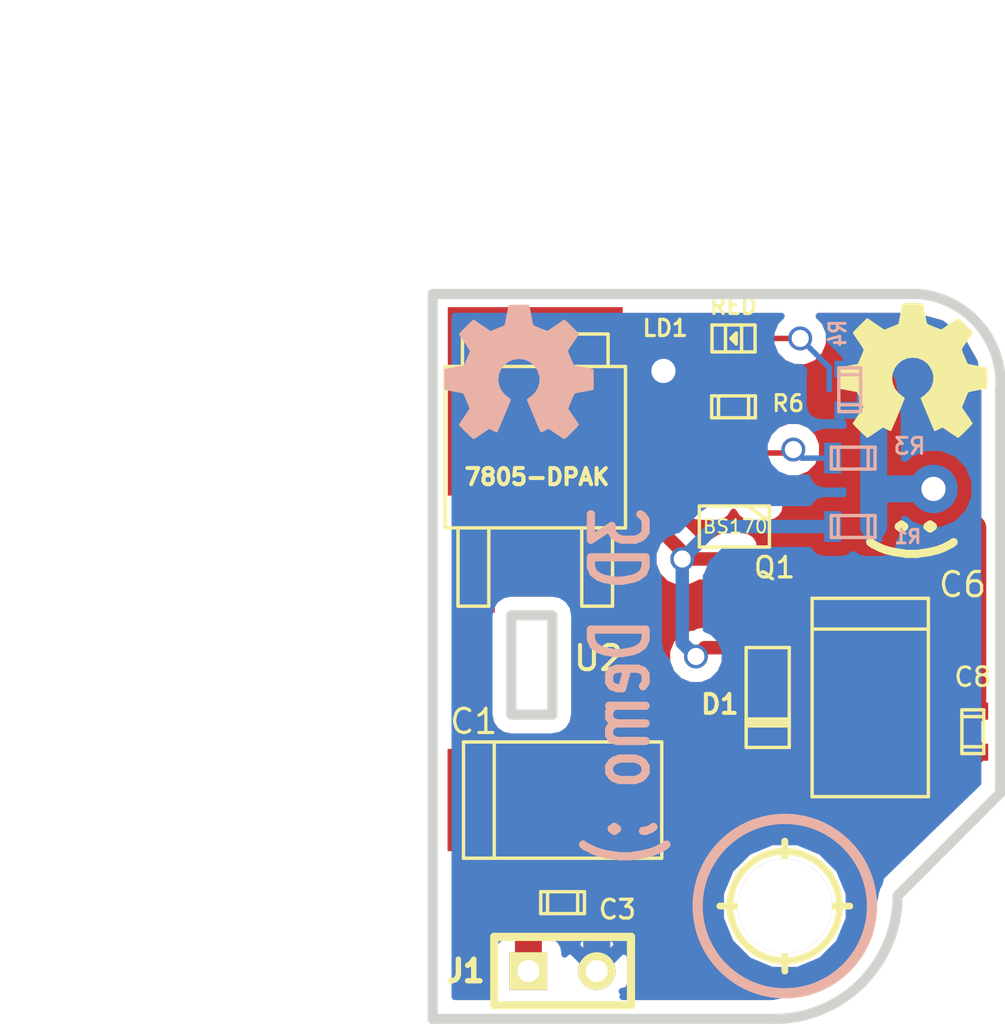
<source format=kicad_pcb>
(kicad_pcb (version 4) (host pcbnew "(2015-09-10 BZR 6180)-product")

  (general
    (links 22)
    (no_connects 2)
    (area 100.901499 114.3508 138.376256 152.2222)
    (thickness 1.6002)
    (drawings 19)
    (tracks 71)
    (zones 0)
    (modules 16)
    (nets 7)
  )

  (page A4)
  (layers
    (0 Front signal)
    (31 Back signal)
    (32 B.Adhes user)
    (33 F.Adhes user)
    (34 B.Paste user)
    (35 F.Paste user)
    (36 B.SilkS user)
    (37 F.SilkS user)
    (38 B.Mask user)
    (39 F.Mask user)
    (40 Dwgs.User user)
    (41 Cmts.User user)
    (42 Eco1.User user)
    (43 Eco2.User user)
    (44 Edge.Cuts user)
  )

  (setup
    (last_trace_width 0.2032)
    (trace_clearance 0.254)
    (zone_clearance 0.508)
    (zone_45_only no)
    (trace_min 0.2032)
    (segment_width 0.381)
    (edge_width 0.381)
    (via_size 0.889)
    (via_drill 0.635)
    (via_min_size 0.889)
    (via_min_drill 0.508)
    (uvia_size 0.508)
    (uvia_drill 0.127)
    (uvias_allowed no)
    (uvia_min_size 0.508)
    (uvia_min_drill 0.127)
    (pcb_text_width 0.3048)
    (pcb_text_size 1.524 2.032)
    (mod_edge_width 0.381)
    (mod_text_size 1.524 1.524)
    (mod_text_width 0.3048)
    (pad_size 1.524 1.524)
    (pad_drill 0.8128)
    (pad_to_mask_clearance 0.254)
    (aux_axis_origin 0 0)
    (visible_elements 7FFFFFFF)
    (pcbplotparams
      (layerselection 0x00030_80000001)
      (usegerberextensions true)
      (excludeedgelayer true)
      (linewidth 0.150000)
      (plotframeref false)
      (viasonmask false)
      (mode 1)
      (useauxorigin false)
      (hpglpennumber 1)
      (hpglpenspeed 20)
      (hpglpendiameter 15)
      (hpglpenoverlay 0)
      (psnegative false)
      (psa4output false)
      (plotreference true)
      (plotvalue true)
      (plotinvisibletext false)
      (padsonsilk false)
      (subtractmaskfromsilk false)
      (outputformat 1)
      (mirror false)
      (drillshape 1)
      (scaleselection 1)
      (outputdirectory ""))
  )

  (net 0 "")
  (net 1 +12V)
  (net 2 5V)
  (net 3 ENP)
  (net 4 GND)
  (net 5 N-000002)
  (net 6 N-000003)

  (net_class Default "This is the default net class."
    (clearance 0.254)
    (trace_width 0.2032)
    (via_dia 0.889)
    (via_drill 0.635)
    (uvia_dia 0.508)
    (uvia_drill 0.127)
    (add_net ENP)
    (add_net N-000003)
  )

  (net_class pwr ""
    (clearance 0.254)
    (trace_width 1.00076)
    (via_dia 1.80086)
    (via_drill 0.89916)
    (uvia_dia 0.508)
    (uvia_drill 0.127)
    (add_net +12V)
    (add_net 5V)
    (add_net GND)
  )

  (net_class pwr1 ""
    (clearance 0.254)
    (trace_width 0.50038)
    (via_dia 0.889)
    (via_drill 0.635)
    (uvia_dia 0.508)
    (uvia_drill 0.127)
    (add_net N-000002)
  )

  (module cap_0603 (layer Front) (tedit 513E620F) (tstamp 5134F0E9)
    (at 121.92 147.32 180)
    (descr "SMT resistor, 0603")
    (path /5118BBDA)
    (fp_text reference C3 (at -2.032 -0.254 360) (layer F.SilkS)
      (effects (font (size 0.7 0.7) (thickness 0.119)))
    )
    (fp_text value 100N (at 0 0.6096 180) (layer F.SilkS) hide
      (effects (font (size 0.20066 0.20066) (thickness 0.04064)))
    )
    (fp_line (start 0.5588 0.4064) (end 0.5588 -0.4064) (layer F.SilkS) (width 0.127))
    (fp_line (start -0.5588 -0.381) (end -0.5588 0.4064) (layer F.SilkS) (width 0.127))
    (fp_line (start -0.8128 -0.4064) (end 0.8128 -0.4064) (layer F.SilkS) (width 0.127))
    (fp_line (start 0.8128 -0.4064) (end 0.8128 0.4064) (layer F.SilkS) (width 0.127))
    (fp_line (start 0.8128 0.4064) (end -0.8128 0.4064) (layer F.SilkS) (width 0.127))
    (fp_line (start -0.8128 0.4064) (end -0.8128 -0.4064) (layer F.SilkS) (width 0.127))
    (pad 1 smd rect (at 0.762 0 180) (size 0.635 1.143) (layers Front F.Paste F.Mask)
      (net 1 +12V))
    (pad 2 smd rect (at -0.762 0 180) (size 0.635 1.143) (layers Front F.Paste F.Mask)
      (net 4 GND))
    (model ${KIPRJMOD}/shapes/cap_0603.wrl
      (at (xyz 0 0 0))
      (scale (xyz 1 1 1))
      (rotate (xyz 0 0 0))
    )
  )

  (module d-pak (layer Front) (tedit 51618028) (tstamp 5134F156)
    (at 120.904 129.921)
    (descr D-pak)
    (path /511AB155)
    (fp_text reference U2 (at 2.3495 8.3185) (layer F.SilkS)
      (effects (font (size 0.9 0.9) (thickness 0.15)))
    )
    (fp_text value 7805-DPAK (at 0.0635 1.5875) (layer F.SilkS)
      (effects (font (size 0.6 0.6) (thickness 0.15)))
    )
    (fp_line (start -2.7051 -2.5273) (end -2.7051 -3.7211) (layer F.SilkS) (width 0.127))
    (fp_line (start -2.7051 -3.7211) (end 2.7051 -3.7211) (layer F.SilkS) (width 0.127))
    (fp_line (start 2.7051 -3.7211) (end 2.7051 -2.5146) (layer F.SilkS) (width 0.127))
    (fp_line (start 1.7272 3.4798) (end 1.7272 6.3881) (layer F.SilkS) (width 0.127))
    (fp_line (start 2.8702 6.3881) (end 2.8702 3.4798) (layer F.SilkS) (width 0.127))
    (fp_line (start 1.7272 6.3881) (end 2.8702 6.3881) (layer F.SilkS) (width 0.127))
    (fp_line (start -2.8702 6.3881) (end -1.7272 6.3881) (layer F.SilkS) (width 0.127))
    (fp_line (start -1.7272 6.3881) (end -1.7272 3.4798) (layer F.SilkS) (width 0.127))
    (fp_line (start -2.8702 3.4798) (end -2.8702 6.3881) (layer F.SilkS) (width 0.127))
    (fp_line (start 3.3528 3.4798) (end 3.3528 -2.5146) (layer F.SilkS) (width 0.127))
    (fp_line (start 3.3528 -2.5146) (end -3.3528 -2.5146) (layer F.SilkS) (width 0.127))
    (fp_line (start -3.3528 -2.5146) (end -3.3528 3.4798) (layer F.SilkS) (width 0.127))
    (fp_line (start 3.3528 3.4798) (end -3.3528 3.4798) (layer F.SilkS) (width 0.127))
    (pad 1 smd rect (at -2.30124 5.0292) (size 1.6002 3.2004) (layers Front F.Paste F.Mask)
      (net 1 +12V))
    (pad 3 smd rect (at 2.30124 5.0292) (size 1.6002 3.2004) (layers Front F.Paste F.Mask)
      (net 2 5V))
    (pad 2 smd rect (at 0 -1.2192) (size 6.49986 7.00024) (layers Front F.Paste F.Mask)
      (net 5 N-000002))
    (model ${KIPRJMOD}/shapes/dpak-to252.wrl
      (at (xyz 0 0 0))
      (scale (xyz 1 1 1))
      (rotate (xyz 0 0 0))
    )
  )

  (module LOGO (layer Back) (tedit 515D4405) (tstamp 515D439E)
    (at 120.2944 127.6096)
    (descr "OSHW LOGO")
    (tags "Open Source Hardware Logo")
    (fp_text reference G*** (at 0 2.0828) (layer B.SilkS) hide
      (effects (font (size 0.254 0.254) (thickness 0.0508)) (justify mirror))
    )
    (fp_text value LOGO (at 0 2.4384) (layer B.SilkS) hide
      (effects (font (size 0.254 0.254) (thickness 0.0508)) (justify mirror))
    )
    (fp_poly (pts (xy -1.68656 2.49936) (xy -1.65608 2.48412) (xy -1.59258 2.44348) (xy -1.4986 2.38252)
      (xy -1.38938 2.30886) (xy -1.27762 2.23266) (xy -1.18872 2.1717) (xy -1.12522 2.13106)
      (xy -1.09728 2.11836) (xy -1.08458 2.12344) (xy -1.03124 2.14884) (xy -0.95504 2.18694)
      (xy -0.91186 2.2098) (xy -0.84074 2.24028) (xy -0.80772 2.24536) (xy -0.8001 2.23774)
      (xy -0.7747 2.1844) (xy -0.7366 2.09296) (xy -0.68326 1.97104) (xy -0.6223 1.83134)
      (xy -0.5588 1.67894) (xy -0.49276 1.524) (xy -0.4318 1.37414) (xy -0.37846 1.24206)
      (xy -0.33528 1.13284) (xy -0.3048 1.05918) (xy -0.29464 1.02616) (xy -0.29718 1.01854)
      (xy -0.33274 0.98552) (xy -0.3937 0.9398) (xy -0.52578 0.83312) (xy -0.65532 0.67056)
      (xy -0.73406 0.48514) (xy -0.762 0.28194) (xy -0.73914 0.09144) (xy -0.66294 -0.09144)
      (xy -0.53594 -0.254) (xy -0.38354 -0.37592) (xy -0.2032 -0.45466) (xy 0 -0.47752)
      (xy 0.19304 -0.4572) (xy 0.37846 -0.38354) (xy 0.54356 -0.25908) (xy 0.61214 -0.1778)
      (xy 0.70866 -0.0127) (xy 0.762 0.1651) (xy 0.76962 0.21082) (xy 0.75946 0.4064)
      (xy 0.70358 0.59182) (xy 0.59944 0.75946) (xy 0.4572 0.89662) (xy 0.43942 0.91186)
      (xy 0.37084 0.96012) (xy 0.32766 0.99568) (xy 0.2921 1.02362) (xy 0.54102 1.62306)
      (xy 0.58166 1.71704) (xy 0.65024 1.88214) (xy 0.70866 2.02184) (xy 0.75692 2.1336)
      (xy 0.78994 2.2098) (xy 0.80518 2.24028) (xy 0.80772 2.24028) (xy 0.82804 2.24536)
      (xy 0.87376 2.22758) (xy 0.95758 2.18694) (xy 1.01346 2.159) (xy 1.07696 2.12852)
      (xy 1.1049 2.11836) (xy 1.1303 2.13106) (xy 1.19126 2.16916) (xy 1.28016 2.23012)
      (xy 1.38684 2.30378) (xy 1.48844 2.37236) (xy 1.58242 2.43332) (xy 1.651 2.4765)
      (xy 1.68402 2.49428) (xy 1.6891 2.49428) (xy 1.71958 2.47904) (xy 1.77292 2.43332)
      (xy 1.8542 2.35712) (xy 1.97104 2.24282) (xy 1.98882 2.22504) (xy 2.0828 2.12852)
      (xy 2.159 2.04724) (xy 2.21234 1.99136) (xy 2.23012 1.96342) (xy 2.23012 1.96342)
      (xy 2.21234 1.9304) (xy 2.16916 1.86436) (xy 2.1082 1.76784) (xy 2.032 1.65608)
      (xy 1.83388 1.36906) (xy 1.9431 1.09728) (xy 1.97612 1.01346) (xy 2.0193 0.91186)
      (xy 2.04978 0.84074) (xy 2.06502 0.80772) (xy 2.0955 0.79756) (xy 2.16916 0.77978)
      (xy 2.27838 0.75692) (xy 2.40792 0.73406) (xy 2.52984 0.7112) (xy 2.63906 0.69088)
      (xy 2.72034 0.67564) (xy 2.7559 0.66802) (xy 2.76606 0.66294) (xy 2.77114 0.64516)
      (xy 2.77622 0.60706) (xy 2.77876 0.54102) (xy 2.7813 0.43434) (xy 2.7813 0.28194)
      (xy 2.7813 0.26416) (xy 2.77876 0.11684) (xy 2.77622 0.00254) (xy 2.77368 -0.07366)
      (xy 2.7686 -0.10414) (xy 2.7686 -0.10414) (xy 2.73304 -0.11176) (xy 2.6543 -0.12954)
      (xy 2.54508 -0.14986) (xy 2.413 -0.17526) (xy 2.40284 -0.1778) (xy 2.2733 -0.2032)
      (xy 2.16154 -0.22606) (xy 2.08534 -0.24384) (xy 2.05232 -0.254) (xy 2.0447 -0.26416)
      (xy 2.0193 -0.31496) (xy 1.9812 -0.39624) (xy 1.93802 -0.4953) (xy 1.89484 -0.59944)
      (xy 1.85674 -0.69088) (xy 1.83134 -0.762) (xy 1.82372 -0.79248) (xy 1.82626 -0.79248)
      (xy 1.84404 -0.8255) (xy 1.88976 -0.89408) (xy 1.95326 -0.98806) (xy 2.032 -1.09982)
      (xy 2.03708 -1.10744) (xy 2.11328 -1.2192) (xy 2.17424 -1.31318) (xy 2.21488 -1.38176)
      (xy 2.23012 -1.41224) (xy 2.23012 -1.41224) (xy 2.20472 -1.44526) (xy 2.14884 -1.50876)
      (xy 2.06756 -1.59512) (xy 1.9685 -1.69164) (xy 1.93802 -1.72212) (xy 1.83134 -1.8288)
      (xy 1.75514 -1.89738) (xy 1.70942 -1.93548) (xy 1.68656 -1.9431) (xy 1.68402 -1.9431)
      (xy 1.651 -1.92278) (xy 1.58242 -1.87706) (xy 1.4859 -1.81102) (xy 1.37414 -1.73482)
      (xy 1.36652 -1.72974) (xy 1.25476 -1.65354) (xy 1.16078 -1.59004) (xy 1.09474 -1.54686)
      (xy 1.0668 -1.52908) (xy 1.06172 -1.52908) (xy 1.016 -1.54432) (xy 0.93726 -1.57226)
      (xy 0.84074 -1.60782) (xy 0.7366 -1.651) (xy 0.64516 -1.6891) (xy 0.57404 -1.72212)
      (xy 0.54102 -1.7399) (xy 0.54102 -1.74244) (xy 0.52832 -1.78054) (xy 0.508 -1.86436)
      (xy 0.48514 -1.97866) (xy 0.45974 -2.11582) (xy 0.45466 -2.13868) (xy 0.42926 -2.27076)
      (xy 0.40894 -2.37998) (xy 0.3937 -2.45618) (xy 0.38608 -2.48666) (xy 0.36576 -2.49174)
      (xy 0.30226 -2.49682) (xy 0.2032 -2.49936) (xy 0.08382 -2.49936) (xy -0.04064 -2.49936)
      (xy -0.1651 -2.49682) (xy -0.26924 -2.49174) (xy -0.34544 -2.48666) (xy -0.37592 -2.48158)
      (xy -0.37592 -2.47904) (xy -0.38862 -2.4384) (xy -0.4064 -2.35458) (xy -0.42926 -2.24028)
      (xy -0.4572 -2.10312) (xy -0.46228 -2.07772) (xy -0.48514 -1.94564) (xy -0.508 -1.83896)
      (xy -0.52324 -1.76276) (xy -0.5334 -1.73482) (xy -0.54356 -1.7272) (xy -0.59944 -1.70434)
      (xy -0.68834 -1.66624) (xy -0.79756 -1.62306) (xy -1.05156 -1.51892) (xy -1.36398 -1.73482)
      (xy -1.39446 -1.7526) (xy -1.50622 -1.8288) (xy -1.59766 -1.8923) (xy -1.66116 -1.93294)
      (xy -1.6891 -1.94818) (xy -1.69164 -1.94564) (xy -1.72212 -1.92024) (xy -1.78308 -1.86182)
      (xy -1.86944 -1.778) (xy -1.96596 -1.68148) (xy -2.03962 -1.60782) (xy -2.12598 -1.52146)
      (xy -2.17932 -1.46304) (xy -2.2098 -1.42494) (xy -2.21996 -1.40208) (xy -2.21742 -1.38684)
      (xy -2.1971 -1.35382) (xy -2.15138 -1.28524) (xy -2.08788 -1.19126) (xy -2.01168 -1.0795)
      (xy -1.94818 -0.98806) (xy -1.88214 -0.88392) (xy -1.83642 -0.80772) (xy -1.82118 -0.77216)
      (xy -1.82626 -0.75692) (xy -1.84658 -0.69596) (xy -1.88468 -0.60198) (xy -1.9304 -0.49276)
      (xy -2.03962 -0.24638) (xy -2.20218 -0.21336) (xy -2.30124 -0.19558) (xy -2.4384 -0.17018)
      (xy -2.56794 -0.14478) (xy -2.77368 -0.10414) (xy -2.7813 0.6477) (xy -2.75082 0.66294)
      (xy -2.72034 0.67056) (xy -2.64414 0.68834) (xy -2.53492 0.70866) (xy -2.40792 0.73406)
      (xy -2.2987 0.75438) (xy -2.18694 0.7747) (xy -2.1082 0.78994) (xy -2.07264 0.79756)
      (xy -2.06502 0.80772) (xy -2.03708 0.86106) (xy -1.99898 0.94742) (xy -1.9558 1.04902)
      (xy -1.91008 1.15316) (xy -1.87198 1.25222) (xy -1.84404 1.32588) (xy -1.83388 1.36398)
      (xy -1.84912 1.39192) (xy -1.8923 1.45796) (xy -1.95326 1.5494) (xy -2.02692 1.65862)
      (xy -2.10058 1.76784) (xy -2.16408 1.86182) (xy -2.20726 1.92786) (xy -2.22758 1.95834)
      (xy -2.21742 1.9812) (xy -2.17424 2.032) (xy -2.09042 2.11836) (xy -1.9685 2.24028)
      (xy -1.94818 2.25806) (xy -1.85166 2.35204) (xy -1.76784 2.42824) (xy -1.71196 2.47904)
      (xy -1.68656 2.49936)) (layer B.SilkS) (width 0.00254))
  )

  (module LOGO (layer Front) (tedit 515D3DC1) (tstamp 515D33EF)
    (at 134.9248 127.5588)
    (descr "OSHW LOGO")
    (tags "Open Source Hardware Logo")
    (fp_text reference G*** (at 0 2.95148) (layer F.SilkS) hide
      (effects (font (size 0.254 0.254) (thickness 0.0508)))
    )
    (fp_text value LOGO (at 0 1.7272) (layer F.SilkS) hide
      (effects (font (size 0.254 0.254) (thickness 0.0508)))
    )
    (fp_poly (pts (xy -1.68656 2.49936) (xy -1.65608 2.48412) (xy -1.59258 2.44348) (xy -1.4986 2.38252)
      (xy -1.38938 2.30886) (xy -1.27762 2.23266) (xy -1.18872 2.1717) (xy -1.12522 2.13106)
      (xy -1.09728 2.11836) (xy -1.08458 2.12344) (xy -1.03124 2.14884) (xy -0.95504 2.18694)
      (xy -0.91186 2.2098) (xy -0.84074 2.24028) (xy -0.80772 2.24536) (xy -0.8001 2.23774)
      (xy -0.7747 2.1844) (xy -0.7366 2.09296) (xy -0.68326 1.97104) (xy -0.6223 1.83134)
      (xy -0.5588 1.67894) (xy -0.49276 1.524) (xy -0.4318 1.37414) (xy -0.37846 1.24206)
      (xy -0.33528 1.13284) (xy -0.3048 1.05918) (xy -0.29464 1.02616) (xy -0.29718 1.01854)
      (xy -0.33274 0.98552) (xy -0.3937 0.9398) (xy -0.52578 0.83312) (xy -0.65532 0.67056)
      (xy -0.73406 0.48514) (xy -0.762 0.28194) (xy -0.73914 0.09144) (xy -0.66294 -0.09144)
      (xy -0.53594 -0.254) (xy -0.38354 -0.37592) (xy -0.2032 -0.45466) (xy 0 -0.47752)
      (xy 0.19304 -0.4572) (xy 0.37846 -0.38354) (xy 0.54356 -0.25908) (xy 0.61214 -0.1778)
      (xy 0.70866 -0.0127) (xy 0.762 0.1651) (xy 0.76962 0.21082) (xy 0.75946 0.4064)
      (xy 0.70358 0.59182) (xy 0.59944 0.75946) (xy 0.4572 0.89662) (xy 0.43942 0.91186)
      (xy 0.37084 0.96012) (xy 0.32766 0.99568) (xy 0.2921 1.02362) (xy 0.54102 1.62306)
      (xy 0.58166 1.71704) (xy 0.65024 1.88214) (xy 0.70866 2.02184) (xy 0.75692 2.1336)
      (xy 0.78994 2.2098) (xy 0.80518 2.24028) (xy 0.80772 2.24028) (xy 0.82804 2.24536)
      (xy 0.87376 2.22758) (xy 0.95758 2.18694) (xy 1.01346 2.159) (xy 1.07696 2.12852)
      (xy 1.1049 2.11836) (xy 1.1303 2.13106) (xy 1.19126 2.16916) (xy 1.28016 2.23012)
      (xy 1.38684 2.30378) (xy 1.48844 2.37236) (xy 1.58242 2.43332) (xy 1.651 2.4765)
      (xy 1.68402 2.49428) (xy 1.6891 2.49428) (xy 1.71958 2.47904) (xy 1.77292 2.43332)
      (xy 1.8542 2.35712) (xy 1.97104 2.24282) (xy 1.98882 2.22504) (xy 2.0828 2.12852)
      (xy 2.159 2.04724) (xy 2.21234 1.99136) (xy 2.23012 1.96342) (xy 2.23012 1.96342)
      (xy 2.21234 1.9304) (xy 2.16916 1.86436) (xy 2.1082 1.76784) (xy 2.032 1.65608)
      (xy 1.83388 1.36906) (xy 1.9431 1.09728) (xy 1.97612 1.01346) (xy 2.0193 0.91186)
      (xy 2.04978 0.84074) (xy 2.06502 0.80772) (xy 2.0955 0.79756) (xy 2.16916 0.77978)
      (xy 2.27838 0.75692) (xy 2.40792 0.73406) (xy 2.52984 0.7112) (xy 2.63906 0.69088)
      (xy 2.72034 0.67564) (xy 2.7559 0.66802) (xy 2.76606 0.66294) (xy 2.77114 0.64516)
      (xy 2.77622 0.60706) (xy 2.77876 0.54102) (xy 2.7813 0.43434) (xy 2.7813 0.28194)
      (xy 2.7813 0.26416) (xy 2.77876 0.11684) (xy 2.77622 0.00254) (xy 2.77368 -0.07366)
      (xy 2.7686 -0.10414) (xy 2.7686 -0.10414) (xy 2.73304 -0.11176) (xy 2.6543 -0.12954)
      (xy 2.54508 -0.14986) (xy 2.413 -0.17526) (xy 2.40284 -0.1778) (xy 2.2733 -0.2032)
      (xy 2.16154 -0.22606) (xy 2.08534 -0.24384) (xy 2.05232 -0.254) (xy 2.0447 -0.26416)
      (xy 2.0193 -0.31496) (xy 1.9812 -0.39624) (xy 1.93802 -0.4953) (xy 1.89484 -0.59944)
      (xy 1.85674 -0.69088) (xy 1.83134 -0.762) (xy 1.82372 -0.79248) (xy 1.82626 -0.79248)
      (xy 1.84404 -0.8255) (xy 1.88976 -0.89408) (xy 1.95326 -0.98806) (xy 2.032 -1.09982)
      (xy 2.03708 -1.10744) (xy 2.11328 -1.2192) (xy 2.17424 -1.31318) (xy 2.21488 -1.38176)
      (xy 2.23012 -1.41224) (xy 2.23012 -1.41224) (xy 2.20472 -1.44526) (xy 2.14884 -1.50876)
      (xy 2.06756 -1.59512) (xy 1.9685 -1.69164) (xy 1.93802 -1.72212) (xy 1.83134 -1.8288)
      (xy 1.75514 -1.89738) (xy 1.70942 -1.93548) (xy 1.68656 -1.9431) (xy 1.68402 -1.9431)
      (xy 1.651 -1.92278) (xy 1.58242 -1.87706) (xy 1.4859 -1.81102) (xy 1.37414 -1.73482)
      (xy 1.36652 -1.72974) (xy 1.25476 -1.65354) (xy 1.16078 -1.59004) (xy 1.09474 -1.54686)
      (xy 1.0668 -1.52908) (xy 1.06172 -1.52908) (xy 1.016 -1.54432) (xy 0.93726 -1.57226)
      (xy 0.84074 -1.60782) (xy 0.7366 -1.651) (xy 0.64516 -1.6891) (xy 0.57404 -1.72212)
      (xy 0.54102 -1.7399) (xy 0.54102 -1.74244) (xy 0.52832 -1.78054) (xy 0.508 -1.86436)
      (xy 0.48514 -1.97866) (xy 0.45974 -2.11582) (xy 0.45466 -2.13868) (xy 0.42926 -2.27076)
      (xy 0.40894 -2.37998) (xy 0.3937 -2.45618) (xy 0.38608 -2.48666) (xy 0.36576 -2.49174)
      (xy 0.30226 -2.49682) (xy 0.2032 -2.49936) (xy 0.08382 -2.49936) (xy -0.04064 -2.49936)
      (xy -0.1651 -2.49682) (xy -0.26924 -2.49174) (xy -0.34544 -2.48666) (xy -0.37592 -2.48158)
      (xy -0.37592 -2.47904) (xy -0.38862 -2.4384) (xy -0.4064 -2.35458) (xy -0.42926 -2.24028)
      (xy -0.4572 -2.10312) (xy -0.46228 -2.07772) (xy -0.48514 -1.94564) (xy -0.508 -1.83896)
      (xy -0.52324 -1.76276) (xy -0.5334 -1.73482) (xy -0.54356 -1.7272) (xy -0.59944 -1.70434)
      (xy -0.68834 -1.66624) (xy -0.79756 -1.62306) (xy -1.05156 -1.51892) (xy -1.36398 -1.73482)
      (xy -1.39446 -1.7526) (xy -1.50622 -1.8288) (xy -1.59766 -1.8923) (xy -1.66116 -1.93294)
      (xy -1.6891 -1.94818) (xy -1.69164 -1.94564) (xy -1.72212 -1.92024) (xy -1.78308 -1.86182)
      (xy -1.86944 -1.778) (xy -1.96596 -1.68148) (xy -2.03962 -1.60782) (xy -2.12598 -1.52146)
      (xy -2.17932 -1.46304) (xy -2.2098 -1.42494) (xy -2.21996 -1.40208) (xy -2.21742 -1.38684)
      (xy -2.1971 -1.35382) (xy -2.15138 -1.28524) (xy -2.08788 -1.19126) (xy -2.01168 -1.0795)
      (xy -1.94818 -0.98806) (xy -1.88214 -0.88392) (xy -1.83642 -0.80772) (xy -1.82118 -0.77216)
      (xy -1.82626 -0.75692) (xy -1.84658 -0.69596) (xy -1.88468 -0.60198) (xy -1.9304 -0.49276)
      (xy -2.03962 -0.24638) (xy -2.20218 -0.21336) (xy -2.30124 -0.19558) (xy -2.4384 -0.17018)
      (xy -2.56794 -0.14478) (xy -2.77368 -0.10414) (xy -2.7813 0.6477) (xy -2.75082 0.66294)
      (xy -2.72034 0.67056) (xy -2.64414 0.68834) (xy -2.53492 0.70866) (xy -2.40792 0.73406)
      (xy -2.2987 0.75438) (xy -2.18694 0.7747) (xy -2.1082 0.78994) (xy -2.07264 0.79756)
      (xy -2.06502 0.80772) (xy -2.03708 0.86106) (xy -1.99898 0.94742) (xy -1.9558 1.04902)
      (xy -1.91008 1.15316) (xy -1.87198 1.25222) (xy -1.84404 1.32588) (xy -1.83388 1.36398)
      (xy -1.84912 1.39192) (xy -1.8923 1.45796) (xy -1.95326 1.5494) (xy -2.02692 1.65862)
      (xy -2.10058 1.76784) (xy -2.16408 1.86182) (xy -2.20726 1.92786) (xy -2.22758 1.95834)
      (xy -2.21742 1.9812) (xy -2.17424 2.032) (xy -2.09042 2.11836) (xy -1.9685 2.24028)
      (xy -1.94818 2.25806) (xy -1.85166 2.35204) (xy -1.76784 2.42824) (xy -1.71196 2.47904)
      (xy -1.68656 2.49936)) (layer F.SilkS) (width 0.00254))
  )

  (module hole_3mm5 (layer Front) (tedit 515D3E0F) (tstamp 515EA9F6)
    (at 130.175 147.447)
    (descr "Hole 3.5mm")
    (path hole_3mm5)
    (fp_text reference hole_3mm5 (at 0 -3.81) (layer F.SilkS) hide
      (effects (font (size 0.7 0.7) (thickness 0.175)))
    )
    (fp_text value VAL** (at 0 3.302) (layer F.SilkS) hide
      (effects (font (thickness 0.3048)))
    )
    (fp_line (start 0 -2.413) (end 0 2.413) (layer F.SilkS) (width 0.254))
    (fp_line (start -2.413 0) (end 2.413 0) (layer F.SilkS) (width 0.254))
    (fp_circle (center 0 0) (end 2.032 0) (layer F.SilkS) (width 0.254))
    (pad 1 thru_hole circle (at 0 0) (size 3.50012 3.50012) (drill 3.500119) (layers *.Cu F.SilkS))
  )

  (module SOT23-GSD (layer Front) (tedit 515D55CF) (tstamp 5134EE9B)
    (at 128.27 133.35)
    (tags SOT23-GSD)
    (path /511BBBD4)
    (fp_text reference Q1 (at 1.524 1.524) (layer F.SilkS)
      (effects (font (size 0.762 0.762) (thickness 0.11938)))
    )
    (fp_text value BS170 (at 0.0635 0) (layer F.SilkS)
      (effects (font (size 0.50038 0.50038) (thickness 0.0762)))
    )
    (fp_line (start 0.508 -0.762) (end 1.27 -0.254) (layer F.SilkS) (width 0.127))
    (fp_line (start -1.27 -0.762) (end 1.3335 -0.762) (layer F.SilkS) (width 0.127))
    (fp_line (start 1.3335 -0.762) (end 1.3335 0.762) (layer F.SilkS) (width 0.127))
    (fp_line (start 1.3335 0.762) (end -1.27 0.762) (layer F.SilkS) (width 0.127))
    (fp_line (start -1.27 0.762) (end -1.27 -0.762) (layer F.SilkS) (width 0.127))
    (pad 3 smd rect (at 0 1.27 180) (size 0.70104 1.00076) (layers Front F.Paste F.Mask)
      (net 5 N-000002))
    (pad 2 smd rect (at -0.9525 -1.27 180) (size 0.70104 1.00076) (layers Front F.Paste F.Mask)
      (net 4 GND))
    (pad 1 smd rect (at 0.9525 -1.27 180) (size 0.70104 1.00076) (layers Front F.Paste F.Mask)
      (net 3 ENP))
    (model ${KIPRJMOD}/shapes/sot23.wrl
      (at (xyz 0 0 0))
      (scale (xyz 1 1 1))
      (rotate (xyz 0 0 0))
    )
  )

  (module sod80c (layer Front) (tedit 513E621D) (tstamp 5134EE9E)
    (at 129.54 139.7 270)
    (descr SOD80C)
    (path /5118BC37)
    (fp_text reference D1 (at 0.254 1.778 360) (layer F.SilkS)
      (effects (font (size 0.70104 0.70104) (thickness 0.14986)))
    )
    (fp_text value 1N4148 (at 0.0254 1.397 270) (layer F.SilkS) hide
      (effects (font (size 0.70104 0.70104) (thickness 0.14986)))
    )
    (fp_line (start 1.0541 -0.8001) (end 1.0541 0.8001) (layer F.SilkS) (width 0.127))
    (fp_line (start 0.9271 0.8001) (end 0.9271 -0.8001) (layer F.SilkS) (width 0.127))
    (fp_line (start 0.8001 -0.8001) (end 0.8001 0.8001) (layer F.SilkS) (width 0.127))
    (fp_line (start 1.8542 -0.8001) (end -1.8542 -0.8001) (layer F.SilkS) (width 0.127))
    (fp_line (start -1.8542 -0.8001) (end -1.8542 0.8001) (layer F.SilkS) (width 0.127))
    (fp_line (start -1.8542 0.8001) (end 1.8542 0.8001) (layer F.SilkS) (width 0.127))
    (fp_line (start 1.8542 0.8001) (end 1.8542 -0.8001) (layer F.SilkS) (width 0.127))
    (pad 1 smd rect (at -1.84912 0 270) (size 1.00076 1.99898) (layers Front F.Paste F.Mask)
      (net 5 N-000002))
    (pad 2 smd rect (at 1.84912 0 270) (size 1.00076 1.99898) (layers Front F.Paste F.Mask)
      (net 4 GND))
    (model ${KIPRJMOD}/shapes/sod80.wrl
      (at (xyz 0 0 0))
      (scale (xyz 1 1 1))
      (rotate (xyz 0 0 0))
    )
  )

  (module r_0603 (layer Back) (tedit 51447FF1) (tstamp 5134EE9F)
    (at 132.715 130.81)
    (descr "SMT resistor, 0603")
    (path /511BBAE9)
    (fp_text reference R3 (at 2.0955 -0.4445) (layer B.SilkS)
      (effects (font (size 0.6 0.6) (thickness 0.11)) (justify mirror))
    )
    (fp_text value 12K (at 0 -0.6096) (layer B.SilkS) hide
      (effects (font (size 0.20066 0.20066) (thickness 0.04064)) (justify mirror))
    )
    (fp_line (start 0.5588 -0.4064) (end 0.5588 0.4064) (layer B.SilkS) (width 0.127))
    (fp_line (start -0.5588 0.381) (end -0.5588 -0.4064) (layer B.SilkS) (width 0.127))
    (fp_line (start -0.8128 0.4064) (end 0.8128 0.4064) (layer B.SilkS) (width 0.127))
    (fp_line (start 0.8128 0.4064) (end 0.8128 -0.4064) (layer B.SilkS) (width 0.127))
    (fp_line (start 0.8128 -0.4064) (end -0.8128 -0.4064) (layer B.SilkS) (width 0.127))
    (fp_line (start -0.8128 -0.4064) (end -0.8128 0.4064) (layer B.SilkS) (width 0.127))
    (pad 1 smd rect (at 0.762 0) (size 0.635 1.143) (layers Back B.Paste B.Mask)
      (net 2 5V))
    (pad 2 smd rect (at -0.762 0) (size 0.635 1.143) (layers Back B.Paste B.Mask)
      (net 3 ENP))
    (model ${KIPRJMOD}/shapes/res_0603.wrl
      (at (xyz 0 0 0))
      (scale (xyz 1 1 1))
      (rotate (xyz 0 0 0))
    )
  )

  (module r_0603 (layer Back) (tedit 51447FF5) (tstamp 5134EEA1)
    (at 132.588 128.27 90)
    (descr "SMT resistor, 0603")
    (path /511C0780)
    (fp_text reference R4 (at 2.0955 -0.4445 90) (layer B.SilkS)
      (effects (font (size 0.6 0.5) (thickness 0.11)) (justify mirror))
    )
    (fp_text value 470 (at 0 -0.6096 90) (layer B.SilkS) hide
      (effects (font (size 0.20066 0.20066) (thickness 0.04064)) (justify mirror))
    )
    (fp_line (start 0.5588 -0.4064) (end 0.5588 0.4064) (layer B.SilkS) (width 0.127))
    (fp_line (start -0.5588 0.381) (end -0.5588 -0.4064) (layer B.SilkS) (width 0.127))
    (fp_line (start -0.8128 0.4064) (end 0.8128 0.4064) (layer B.SilkS) (width 0.127))
    (fp_line (start 0.8128 0.4064) (end 0.8128 -0.4064) (layer B.SilkS) (width 0.127))
    (fp_line (start 0.8128 -0.4064) (end -0.8128 -0.4064) (layer B.SilkS) (width 0.127))
    (fp_line (start -0.8128 -0.4064) (end -0.8128 0.4064) (layer B.SilkS) (width 0.127))
    (pad 1 smd rect (at 0.762 0 90) (size 0.635 1.143) (layers Back B.Paste B.Mask)
      (net 2 5V))
    (pad 2 smd rect (at -0.762 0 90) (size 0.635 1.143) (layers Back B.Paste B.Mask)
      (net 6 N-000003))
    (model ${KIPRJMOD}/shapes/res_0603.wrl
      (at (xyz 0 0 0))
      (scale (xyz 1 1 1))
      (rotate (xyz 0 0 0))
    )
  )

  (module r_0603 (layer Back) (tedit 5144820A) (tstamp 5134EEA7)
    (at 132.715 133.35)
    (descr "SMT resistor, 0603")
    (path /5118B9B6)
    (fp_text reference R1 (at 2.032 0.381) (layer B.SilkS)
      (effects (font (size 0.5 0.5) (thickness 0.11)) (justify mirror))
    )
    (fp_text value 470 (at 0 -0.6096) (layer B.SilkS) hide
      (effects (font (size 0.20066 0.20066) (thickness 0.04064)) (justify mirror))
    )
    (fp_line (start 0.5588 -0.4064) (end 0.5588 0.4064) (layer B.SilkS) (width 0.127))
    (fp_line (start -0.5588 0.381) (end -0.5588 -0.4064) (layer B.SilkS) (width 0.127))
    (fp_line (start -0.8128 0.4064) (end 0.8128 0.4064) (layer B.SilkS) (width 0.127))
    (fp_line (start 0.8128 0.4064) (end 0.8128 -0.4064) (layer B.SilkS) (width 0.127))
    (fp_line (start 0.8128 -0.4064) (end -0.8128 -0.4064) (layer B.SilkS) (width 0.127))
    (fp_line (start -0.8128 -0.4064) (end -0.8128 0.4064) (layer B.SilkS) (width 0.127))
    (pad 1 smd rect (at 0.762 0) (size 0.635 1.143) (layers Back B.Paste B.Mask)
      (net 2 5V))
    (pad 2 smd rect (at -0.762 0) (size 0.635 1.143) (layers Back B.Paste B.Mask)
      (net 5 N-000002))
    (model ${KIPRJMOD}/shapes/res_0603.wrl
      (at (xyz 0 0 0))
      (scale (xyz 1 1 1))
      (rotate (xyz 0 0 0))
    )
  )

  (module r_0603 (layer Front) (tedit 513E6297) (tstamp 5134EEA9)
    (at 128.27 128.905)
    (descr "SMT resistor, 0603")
    (path /511CAAE7)
    (fp_text reference R6 (at 2.032 -0.127) (layer F.SilkS)
      (effects (font (size 0.6 0.6) (thickness 0.11)))
    )
    (fp_text value 1K (at 0 0.6096) (layer F.SilkS) hide
      (effects (font (size 0.20066 0.20066) (thickness 0.04064)))
    )
    (fp_line (start 0.5588 0.4064) (end 0.5588 -0.4064) (layer F.SilkS) (width 0.127))
    (fp_line (start -0.5588 -0.381) (end -0.5588 0.4064) (layer F.SilkS) (width 0.127))
    (fp_line (start -0.8128 -0.4064) (end 0.8128 -0.4064) (layer F.SilkS) (width 0.127))
    (fp_line (start 0.8128 -0.4064) (end 0.8128 0.4064) (layer F.SilkS) (width 0.127))
    (fp_line (start 0.8128 0.4064) (end -0.8128 0.4064) (layer F.SilkS) (width 0.127))
    (fp_line (start -0.8128 0.4064) (end -0.8128 -0.4064) (layer F.SilkS) (width 0.127))
    (pad 1 smd rect (at 0.762 0) (size 0.635 1.143) (layers Front F.Paste F.Mask)
      (net 3 ENP))
    (pad 2 smd rect (at -0.762 0) (size 0.635 1.143) (layers Front F.Paste F.Mask)
      (net 4 GND))
    (model ${KIPRJMOD}/shapes/res_0603.wrl
      (at (xyz 0 0 0))
      (scale (xyz 1 1 1))
      (rotate (xyz 0 0 0))
    )
  )

  (module Led_0603 (layer Front) (tedit 5591D364) (tstamp 5134EEAA)
    (at 128.27 126.365 180)
    (descr "SMD LED, 0603")
    (path /511C0704)
    (fp_text reference LD1 (at 2.54 0.381 180) (layer F.SilkS)
      (effects (font (size 0.59944 0.59944) (thickness 0.11938)))
    )
    (fp_text value RED (at 0 1.19888 180) (layer F.SilkS)
      (effects (font (size 0.59944 0.59944) (thickness 0.11938)))
    )
    (fp_line (start 0.29972 0.50038) (end 0.29972 -0.50038) (layer F.SilkS) (width 0.127))
    (fp_line (start -0.29972 -0.50038) (end -0.29972 0.50038) (layer F.SilkS) (width 0.127))
    (fp_line (start 0 0.09906) (end 0 -0.09906) (layer F.SilkS) (width 0.127))
    (fp_line (start -0.09906 -0.20066) (end -0.09906 0.20066) (layer F.SilkS) (width 0.127))
    (fp_line (start -0.09906 0.20066) (end 0.09906 0) (layer F.SilkS) (width 0.127))
    (fp_line (start 0.09906 0) (end -0.09906 -0.20066) (layer F.SilkS) (width 0.127))
    (fp_line (start -0.8001 -0.50038) (end 0.8001 -0.50038) (layer F.SilkS) (width 0.127))
    (fp_line (start 0.8001 -0.50038) (end 0.8001 0.50038) (layer F.SilkS) (width 0.127))
    (fp_line (start 0.8001 0.50038) (end -0.8001 0.50038) (layer F.SilkS) (width 0.127))
    (fp_line (start -0.8001 0.50038) (end -0.8001 -0.50038) (layer F.SilkS) (width 0.127))
    (pad 1 smd rect (at -0.7493 0 180) (size 0.79756 0.79756) (layers Front F.Paste F.Mask)
      (net 6 N-000003))
    (pad 2 smd rect (at 0.7493 0 180) (size 0.79756 0.79756) (layers Front F.Paste F.Mask)
      (net 4 GND))
    (model ${KIPRJMOD}/shapes/led0603.wrl
      (at (xyz 0 0 0))
      (scale (xyz 1 1 1))
      (rotate (xyz 0 0 0))
    )
  )

  (module c_tant_D (layer Front) (tedit 515E7D99) (tstamp 5134EEAD)
    (at 133.35 139.7 90)
    (descr "SMT capacitor, tantalum size D")
    (path /5118BBD7)
    (fp_text reference C6 (at 4.191 3.429 180) (layer F.SilkS)
      (effects (font (size 0.9 0.9) (thickness 0.11938)))
    )
    (fp_text value 47u (at 0 2.7305 90) (layer F.SilkS) hide
      (effects (font (size 0.50038 0.50038) (thickness 0.11938)))
    )
    (fp_line (start 2.54 -2.159) (end 2.54 2.159) (layer F.SilkS) (width 0.127))
    (fp_line (start -3.683 -2.159) (end -3.683 2.159) (layer F.SilkS) (width 0.127))
    (fp_line (start -3.683 2.159) (end 3.683 2.159) (layer F.SilkS) (width 0.127))
    (fp_line (start 3.683 2.159) (end 3.683 -2.159) (layer F.SilkS) (width 0.127))
    (fp_line (start 3.683 -2.159) (end -3.683 -2.159) (layer F.SilkS) (width 0.127))
    (pad 1 smd rect (at 2.99974 0 90) (size 2.55016 3.79984) (layers Front F.Paste F.Mask)
      (net 2 5V))
    (pad 2 smd rect (at -2.99974 0 90) (size 2.55016 3.79984) (layers Front F.Paste F.Mask)
      (net 4 GND))
    (model ${KIPRJMOD}/shapes/c_tant_D.wrl
      (at (xyz 0 0 0))
      (scale (xyz 1 1 1))
      (rotate (xyz 0 0 0))
    )
  )

  (module c_tant_D (layer Front) (tedit 515EAB3B) (tstamp 5134EEAF)
    (at 121.92 143.51 180)
    (descr "SMT capacitor, tantalum size D")
    (path /5118BBD4)
    (fp_text reference C1 (at 3.302 2.921 180) (layer F.SilkS)
      (effects (font (size 0.9 0.9) (thickness 0.11938)))
    )
    (fp_text value 47u (at 0 2.7305 180) (layer F.SilkS) hide
      (effects (font (size 0.50038 0.50038) (thickness 0.11938)))
    )
    (fp_line (start 2.54 -2.159) (end 2.54 2.159) (layer F.SilkS) (width 0.127))
    (fp_line (start -3.683 -2.159) (end -3.683 2.159) (layer F.SilkS) (width 0.127))
    (fp_line (start -3.683 2.159) (end 3.683 2.159) (layer F.SilkS) (width 0.127))
    (fp_line (start 3.683 2.159) (end 3.683 -2.159) (layer F.SilkS) (width 0.127))
    (fp_line (start 3.683 -2.159) (end -3.683 -2.159) (layer F.SilkS) (width 0.127))
    (pad 1 smd rect (at 2.99974 0 180) (size 2.55016 3.79984) (layers Front F.Paste F.Mask)
      (net 1 +12V))
    (pad 2 smd rect (at -2.99974 0 180) (size 2.55016 3.79984) (layers Front F.Paste F.Mask)
      (net 4 GND))
    (model ${KIPRJMOD}/shapes/c_tant_D.wrl
      (at (xyz 0 0 0))
      (scale (xyz 1 1 1))
      (rotate (xyz 0 0 0))
    )
  )

  (module cap_0603 (layer Front) (tedit 513E6255) (tstamp 5134F0E7)
    (at 137.16 140.97 90)
    (descr "SMT resistor, 0603")
    (path /5118BBDE)
    (fp_text reference C8 (at 2.032 0 180) (layer F.SilkS)
      (effects (font (size 0.7 0.7) (thickness 0.11)))
    )
    (fp_text value 100N (at 0 0.6096 90) (layer F.SilkS) hide
      (effects (font (size 0.20066 0.20066) (thickness 0.04064)))
    )
    (fp_line (start 0.5588 0.4064) (end 0.5588 -0.4064) (layer F.SilkS) (width 0.127))
    (fp_line (start -0.5588 -0.381) (end -0.5588 0.4064) (layer F.SilkS) (width 0.127))
    (fp_line (start -0.8128 -0.4064) (end 0.8128 -0.4064) (layer F.SilkS) (width 0.127))
    (fp_line (start 0.8128 -0.4064) (end 0.8128 0.4064) (layer F.SilkS) (width 0.127))
    (fp_line (start 0.8128 0.4064) (end -0.8128 0.4064) (layer F.SilkS) (width 0.127))
    (fp_line (start -0.8128 0.4064) (end -0.8128 -0.4064) (layer F.SilkS) (width 0.127))
    (pad 1 smd rect (at 0.762 0 90) (size 0.635 1.143) (layers Front F.Paste F.Mask)
      (net 2 5V))
    (pad 2 smd rect (at -0.762 0 90) (size 0.635 1.143) (layers Front F.Paste F.Mask)
      (net 4 GND))
    (model ${KIPRJMOD}/shapes/cap_0603.wrl
      (at (xyz 0 0 0))
      (scale (xyz 1 1 1))
      (rotate (xyz 0 0 0))
    )
  )

  (module SIL-2 (layer Front) (tedit 515D3E55) (tstamp 5134F1F4)
    (at 121.92 149.86)
    (descr "Connecteurs 2 pins")
    (tags "CONN DEV")
    (path /5134EDC5)
    (fp_text reference J1 (at -3.6068 0) (layer F.SilkS)
      (effects (font (size 0.8 0.8) (thickness 0.2)))
    )
    (fp_text value Alim (at 0 -2.54) (layer F.SilkS) hide
      (effects (font (size 1.524 1.016) (thickness 0.254)))
    )
    (fp_line (start -2.54 1.27) (end -2.54 -1.27) (layer F.SilkS) (width 0.3048))
    (fp_line (start -2.54 -1.27) (end 2.54 -1.27) (layer F.SilkS) (width 0.3048))
    (fp_line (start 2.54 -1.27) (end 2.54 1.27) (layer F.SilkS) (width 0.3048))
    (fp_line (start 2.54 1.27) (end -2.54 1.27) (layer F.SilkS) (width 0.3048))
    (pad 1 thru_hole rect (at -1.27 0) (size 1.397 1.397) (drill 0.812799) (layers *.Cu *.Mask F.SilkS)
      (net 1 +12V))
    (pad 2 thru_hole circle (at 1.27 0) (size 1.397 1.397) (drill 0.812799) (layers *.Cu *.Mask F.SilkS)
      (net 4 GND))
  )

  (dimension 21.082 (width 0.3048) (layer Cmts.User)
    (gr_text "21,082 mm" (at 127.635 116.2304) (layer Cmts.User)
      (effects (font (size 2.032 1.524) (thickness 0.3048)))
    )
    (feature1 (pts (xy 138.176 123.444) (xy 138.176 114.6048)))
    (feature2 (pts (xy 117.094 123.444) (xy 117.094 114.6048)))
    (crossbar (pts (xy 117.094 117.856) (xy 138.176 117.856)))
    (arrow1a (pts (xy 138.176 117.856) (xy 137.049496 118.442421)))
    (arrow1b (pts (xy 138.176 117.856) (xy 137.049496 117.269579)))
    (arrow2a (pts (xy 117.094 117.856) (xy 118.220504 118.442421)))
    (arrow2b (pts (xy 117.094 117.856) (xy 118.220504 117.269579)))
  )
  (dimension 26.924 (width 0.3048) (layer Cmts.User)
    (gr_text "26,924 mm" (at 107.6579 138.176 270) (layer Cmts.User)
      (effects (font (size 2.032 1.524) (thickness 0.3048)))
    )
    (feature1 (pts (xy 115.2525 151.638) (xy 106.0323 151.638)))
    (feature2 (pts (xy 115.2525 124.714) (xy 106.0323 124.714)))
    (crossbar (pts (xy 109.2835 124.714) (xy 109.2835 151.638)))
    (arrow1a (pts (xy 109.2835 151.638) (xy 108.697079 150.511496)))
    (arrow1b (pts (xy 109.2835 151.638) (xy 109.869921 150.511496)))
    (arrow2a (pts (xy 109.2835 124.714) (xy 108.697079 125.840504)))
    (arrow2b (pts (xy 109.2835 124.714) (xy 109.869921 125.840504)))
  )
  (gr_circle (center 130.175 147.447) (end 131.699 150.3045) (layer B.SilkS) (width 0.381))
  (gr_line (start 120.015 136.652) (end 120.015 140.335) (angle 90) (layer Edge.Cuts) (width 0.381))
  (gr_line (start 121.539 136.652) (end 120.015 136.652) (angle 90) (layer Edge.Cuts) (width 0.381))
  (gr_line (start 121.539 138.303) (end 121.539 136.652) (angle 90) (layer Edge.Cuts) (width 0.381))
  (gr_line (start 120.142 140.335) (end 120.015 140.335) (angle 90) (layer Edge.Cuts) (width 0.381))
  (gr_line (start 121.539 140.335) (end 120.142 140.335) (angle 90) (layer Edge.Cuts) (width 0.381))
  (gr_line (start 121.539 138.303) (end 121.539 140.335) (angle 90) (layer Edge.Cuts) (width 0.381))
  (gr_line (start 138.176 143.256) (end 138.176 128.27) (angle 90) (layer Edge.Cuts) (width 0.381))
  (gr_line (start 134.366 147.066) (end 138.176 143.256) (angle 90) (layer Edge.Cuts) (width 0.381))
  (gr_line (start 129.794 151.638) (end 117.094 151.638) (angle 90) (layer Edge.Cuts) (width 0.381))
  (gr_arc (start 129.794 147.066) (end 134.366 147.066) (angle 90) (layer Edge.Cuts) (width 0.381))
  (gr_line (start 117.094 124.714) (end 135.128 124.714) (angle 90) (layer Edge.Cuts) (width 0.381))
  (gr_arc (start 134.874 128.016) (end 135.128 124.714) (angle 90) (layer Edge.Cuts) (width 0.381))
  (gr_line (start 117.094 124.714) (end 117.094 151.638) (angle 90) (layer Edge.Cuts) (width 0.381))
  (gr_circle (center 130.175 147.447) (end 130.81 150.622) (layer Dwgs.User) (width 0.381) (tstamp 515EA9DF))
  (gr_text ":)" (at 134.747 133.858 90) (layer F.SilkS)
    (effects (font (size 2.032 1.524) (thickness 0.3048)) (justify mirror))
  )
  (gr_text "3D Demo ;)" (at 124.079 139.319 90) (layer B.SilkS)
    (effects (font (size 2.032 1.524) (thickness 0.3048)) (justify mirror))
  )

  (segment (start 120.65 149.86) (end 120.65 148.3995) (width 1.00076) (layer Front) (net 1))
  (segment (start 120.65 148.3995) (end 120.2055 147.955) (width 1.00076) (layer Front) (net 1))
  (segment (start 121.158 147.32) (end 120.8405 147.32) (width 1.00076) (layer Front) (net 1))
  (segment (start 120.8405 147.32) (end 120.2055 147.955) (width 1.00076) (layer Front) (net 1))
  (segment (start 118.92026 143.51) (end 118.92026 146.66976) (width 1.00076) (layer Front) (net 1))
  (segment (start 118.92026 146.66976) (end 120.2055 147.955) (width 1.00076) (layer Front) (net 1))
  (segment (start 118.92026 143.51) (end 118.53926 143.129) (width 1.00076) (layer Front) (net 1))
  (segment (start 118.53926 143.129) (end 118.53926 135.0137) (width 1.00076) (layer Front) (net 1))
  (segment (start 133.477 130.81) (end 133.477 129.159) (width 1.00076) (layer Back) (net 2))
  (segment (start 133.35 129.032) (end 133.35 128.27) (width 1.00076) (layer Back) (net 2) (tstamp 51447F68))
  (segment (start 133.477 129.159) (end 133.35 129.032) (width 1.00076) (layer Back) (net 2) (tstamp 51447F67))
  (segment (start 133.477 131.953) (end 133.477 130.81) (width 1.00076) (layer Back) (net 2))
  (segment (start 137.16 137.9855) (end 137.16 133.4135) (width 1.00076) (layer Front) (net 2))
  (segment (start 133.477 131.953) (end 133.477 133.35) (width 1.00076) (layer Back) (net 2) (tstamp 51447F0E))
  (segment (start 135.6995 131.953) (end 133.477 131.953) (width 1.00076) (layer Back) (net 2) (tstamp 51447F0D))
  (via (at 135.6995 131.953) (size 1.80086) (layers Front Back) (net 2))
  (segment (start 137.16 133.4135) (end 135.6995 131.953) (width 1.00076) (layer Front) (net 2) (tstamp 51447F07))
  (segment (start 123.8377 135.0137) (end 125.095 136.271) (width 1.00076) (layer Front) (net 2))
  (segment (start 137.16 140.208) (end 137.16 137.9855) (width 1.00076) (layer Front) (net 2))
  (segment (start 133.35 136.70026) (end 133.12394 136.4742) (width 1.00076) (layer Front) (net 2))
  (segment (start 137.16 137.9855) (end 135.87476 136.70026) (width 1.00076) (layer Front) (net 2))
  (segment (start 135.87476 136.70026) (end 133.35 136.70026) (width 1.00076) (layer Front) (net 2))
  (segment (start 125.095 136.271) (end 132.92074 136.271) (width 1.00076) (layer Front) (net 2))
  (segment (start 132.92074 136.271) (end 133.35 136.70026) (width 1.00076) (layer Front) (net 2))
  (segment (start 123.14174 135.0137) (end 123.8377 135.0137) (width 1.00076) (layer Front) (net 2))
  (segment (start 131.953 130.81) (end 130.81 130.81) (width 0.2032) (layer Back) (net 3))
  (segment (start 130.3655 130.6195) (end 129.2225 130.6195) (width 0.2032) (layer Front) (net 3) (tstamp 51447F8C))
  (segment (start 130.4925 130.4925) (end 130.3655 130.6195) (width 0.2032) (layer Front) (net 3) (tstamp 51447F8B))
  (via (at 130.4925 130.4925) (size 0.889) (layers Front Back) (net 3))
  (segment (start 130.81 130.81) (end 130.4925 130.4925) (width 0.2032) (layer Back) (net 3) (tstamp 51447F85))
  (segment (start 129.2225 132.08) (end 129.2225 130.6195) (width 0.2032) (layer Front) (net 3))
  (segment (start 129.2225 130.6195) (end 129.2225 129.0955) (width 0.2032) (layer Front) (net 3) (tstamp 51447F8F))
  (segment (start 129.2225 129.0955) (end 129.032 128.905) (width 0.2032) (layer Front) (net 3) (tstamp 51447EF7))
  (segment (start 123.19 149.86) (end 123.19 147.828) (width 1.00076) (layer Front) (net 4))
  (segment (start 129.54 141.54912) (end 132.19938 141.54912) (width 1.00076) (layer Front) (net 4))
  (segment (start 124.91974 146.09826) (end 124.91974 143.51) (width 1.00076) (layer Front) (net 4))
  (segment (start 132.19938 141.54912) (end 133.35 142.69974) (width 1.00076) (layer Front) (net 4))
  (segment (start 122.682 147.32) (end 123.19 147.828) (width 1.00076) (layer Front) (net 4))
  (segment (start 133.35 142.69974) (end 136.19226 142.69974) (width 1.00076) (layer Front) (net 4))
  (segment (start 127.5207 126.365) (end 127.5207 128.8923) (width 1.00076) (layer Front) (net 4))
  (segment (start 124.91974 143.51) (end 127.57912 143.51) (width 1.00076) (layer Front) (net 4))
  (segment (start 136.19226 142.69974) (end 137.16 141.732) (width 1.00076) (layer Front) (net 4))
  (segment (start 126.873 126.365) (end 127.5207 126.365) (width 1.00076) (layer Front) (net 4))
  (segment (start 127.5207 128.8923) (end 127.3175 129.0955) (width 1.00076) (layer Front) (net 4))
  (segment (start 127.3175 129.0955) (end 127.3175 132.08) (width 1.00076) (layer Front) (net 4))
  (segment (start 127.57912 143.51) (end 129.54 141.54912) (width 1.00076) (layer Front) (net 4))
  (segment (start 124.91974 143.51) (end 124.9045 143.49476) (width 1.00076) (layer Front) (net 4))
  (segment (start 123.19 147.828) (end 124.91974 146.09826) (width 1.00076) (layer Front) (net 4))
  (segment (start 123.19 149.86) (end 123.19 130.048) (width 1.00076) (layer Back) (net 4))
  (segment (start 123.19 130.048) (end 125.6665 127.5715) (width 1.00076) (layer Back) (net 4))
  (segment (start 125.6665 127.5715) (end 126.873 126.365) (width 1.00076) (layer Front) (net 4))
  (via (at 125.6665 127.5715) (size 1.80086) (layers Front Back) (net 4))
  (segment (start 131.953 133.35) (end 127.5715 133.35) (width 0.50038) (layer Back) (net 5))
  (segment (start 127.5715 133.35) (end 126.365 134.5565) (width 0.50038) (layer Back) (net 5) (tstamp 51447F7C))
  (segment (start 127.19812 137.85088) (end 126.873 138.176) (width 0.50038) (layer Front) (net 5))
  (segment (start 128.2065 134.5565) (end 126.365 134.5565) (width 0.50038) (layer Front) (net 5))
  (via (at 126.873 138.176) (size 0.889) (layers Front Back) (net 5))
  (segment (start 126.873 138.176) (end 126.365 137.668) (width 0.50038) (layer Back) (net 5))
  (segment (start 126.365 137.668) (end 126.365 134.5565) (width 0.50038) (layer Back) (net 5))
  (via (at 126.365 134.5565) (size 0.889) (layers Front Back) (net 5))
  (segment (start 126.30912 134.61238) (end 126.30912 134.61492) (width 0.50038) (layer Front) (net 5))
  (segment (start 129.54 137.85088) (end 127.19812 137.85088) (width 0.50038) (layer Front) (net 5))
  (segment (start 126.3142 134.62) (end 126.30912 134.61492) (width 0.50038) (layer Front) (net 5))
  (segment (start 126.365 134.2898) (end 120.8405 128.7653) (width 0.50038) (layer Front) (net 5))
  (segment (start 126.365 134.5565) (end 126.365 134.2898) (width 0.50038) (layer Front) (net 5))
  (segment (start 126.365 134.5565) (end 126.30912 134.61238) (width 0.50038) (layer Front) (net 5))
  (segment (start 128.27 134.62) (end 128.2065 134.5565) (width 0.50038) (layer Front) (net 5))
  (segment (start 129.0193 126.365) (end 130.7465 126.365) (width 0.2032) (layer Front) (net 6))
  (segment (start 131.826 127.4445) (end 131.826 128.27) (width 0.2032) (layer Back) (net 6) (tstamp 51447FD2))
  (segment (start 130.7465 126.365) (end 131.826 127.4445) (width 0.2032) (layer Back) (net 6) (tstamp 51447FD1))
  (via (at 130.7465 126.365) (size 0.889) (layers Front Back) (net 6))

  (zone (net 4) (net_name GND) (layer Back) (tstamp 5144811A) (hatch edge 0.508)
    (connect_pads (clearance 0.508))
    (min_thickness 0.254)
    (fill yes (arc_segments 16) (thermal_gap 0.508) (thermal_bridge_width 0.508))
    (polygon
      (pts
        (xy 133.35 148.844) (xy 131.064 151.13) (xy 117.475 151.13) (xy 117.475 125.095) (xy 134.874 125.095)
        (xy 136.779 125.984) (xy 137.795 127.762) (xy 137.795 142.621) (xy 133.858 146.431)
      )
    )
    (filled_polygon
      (pts
        (xy 129.831878 125.752714) (xy 129.667187 126.149332) (xy 129.666813 126.578784) (xy 129.830811 126.975689) (xy 130.134214 127.279622)
        (xy 130.530832 127.444313) (xy 130.784324 127.444534) (xy 130.890665 127.550875) (xy 130.86106 127.6985) (xy 130.86106 128.8415)
        (xy 130.908037 129.083623) (xy 131.047827 129.296427) (xy 131.25886 129.438877) (xy 131.5085 129.48894) (xy 132.1435 129.48894)
        (xy 132.299491 129.458674) (xy 132.301046 129.466491) (xy 132.34162 129.527214) (xy 132.34162 129.605322) (xy 132.2705 129.59106)
        (xy 131.6355 129.59106) (xy 131.393377 129.638037) (xy 131.255351 129.728706) (xy 131.104786 129.577878) (xy 130.708168 129.413187)
        (xy 130.278716 129.412813) (xy 129.881811 129.576811) (xy 129.577878 129.880214) (xy 129.413187 130.276832) (xy 129.412813 130.706284)
        (xy 129.576811 131.103189) (xy 129.880214 131.407122) (xy 130.276832 131.571813) (xy 130.706284 131.572187) (xy 130.78179 131.540989)
        (xy 130.81 131.5466) (xy 131.020093 131.5466) (xy 131.035037 131.623623) (xy 131.174827 131.836427) (xy 131.38586 131.978877)
        (xy 131.6355 132.02894) (xy 132.2705 132.02894) (xy 132.34162 132.015141) (xy 132.34162 132.145322) (xy 132.2705 132.13106)
        (xy 131.6355 132.13106) (xy 131.393377 132.178037) (xy 131.180573 132.317827) (xy 131.081358 132.46481) (xy 127.5715 132.46481)
        (xy 127.232753 132.53219) (xy 126.945576 132.724076) (xy 126.192803 133.476849) (xy 126.151216 133.476813) (xy 125.754311 133.640811)
        (xy 125.450378 133.944214) (xy 125.285687 134.340832) (xy 125.285313 134.770284) (xy 125.449311 135.167189) (xy 125.47981 135.197741)
        (xy 125.47981 137.668) (xy 125.547191 138.006748) (xy 125.660282 138.176) (xy 125.739076 138.293924) (xy 125.793349 138.348197)
        (xy 125.793313 138.389784) (xy 125.957311 138.786689) (xy 126.260714 139.090622) (xy 126.657332 139.255313) (xy 127.086784 139.255687)
        (xy 127.483689 139.091689) (xy 127.787622 138.788286) (xy 127.952313 138.391668) (xy 127.952687 137.962216) (xy 127.788689 137.565311)
        (xy 127.485286 137.261378) (xy 127.25019 137.163757) (xy 127.25019 135.198167) (xy 127.279622 135.168786) (xy 127.444313 134.772168)
        (xy 127.444351 134.728997) (xy 127.938158 134.23519) (xy 131.082049 134.23519) (xy 131.174827 134.376427) (xy 131.38586 134.518877)
        (xy 131.6355 134.56894) (xy 132.2705 134.56894) (xy 132.512623 134.521963) (xy 132.71626 134.388195) (xy 132.90986 134.518877)
        (xy 133.1595 134.56894) (xy 133.7945 134.56894) (xy 134.036623 134.521963) (xy 134.249427 134.382173) (xy 134.391877 134.17114)
        (xy 134.44194 133.9215) (xy 134.44194 133.910227) (xy 134.525954 133.784491) (xy 134.61238 133.35) (xy 134.61238 133.08838)
        (xy 134.663367 133.08838) (xy 134.828613 133.253915) (xy 135.392744 133.488163) (xy 136.003576 133.488696) (xy 136.568115 133.255433)
        (xy 137.000415 132.823887) (xy 137.234663 132.259756) (xy 137.235196 131.648924) (xy 137.001933 131.084385) (xy 136.570387 130.652085)
        (xy 136.006256 130.417837) (xy 135.395424 130.417304) (xy 134.830885 130.650567) (xy 134.66354 130.81762) (xy 134.61238 130.81762)
        (xy 134.61238 129.159) (xy 134.525954 128.724509) (xy 134.48538 128.663786) (xy 134.48538 128.27) (xy 134.398954 127.835509)
        (xy 134.31494 127.709773) (xy 134.31494 127.6985) (xy 134.267963 127.456377) (xy 134.128173 127.243573) (xy 133.91714 127.101123)
        (xy 133.6675 127.05106) (xy 133.0325 127.05106) (xy 132.790377 127.098037) (xy 132.58674 127.231805) (xy 132.509987 127.179996)
        (xy 132.50653 127.162616) (xy 132.50653 127.162615) (xy 132.346855 126.923645) (xy 131.825968 126.402758) (xy 131.826187 126.151216)
        (xy 131.662189 125.754311) (xy 131.447753 125.5395) (xy 135.014562 125.5395) (xy 135.991503 125.813162) (xy 136.749427 126.408492)
        (xy 137.221835 127.24855) (xy 137.3505 128.319413) (xy 137.3505 142.874429) (xy 133.769681 146.339738) (xy 133.762374 146.350293)
        (xy 133.753196 146.35927) (xy 133.748411 146.370466) (xy 133.741479 146.380482) (xy 133.738767 146.393034) (xy 133.733724 146.404837)
        (xy 133.694141 146.592857) (xy 133.679621 146.607377) (xy 133.648508 146.682491) (xy 133.603337 146.750094) (xy 133.587475 146.829839)
        (xy 133.556362 146.904953) (xy 133.240373 148.493535) (xy 132.675567 149.338827) (xy 132.066828 149.947566) (xy 131.221535 150.512373)
        (xy 129.712697 150.8125) (xy 124.156782 150.8125) (xy 124.239445 150.729837) (xy 124.12419 150.614582) (xy 124.3598 150.552929)
        (xy 124.535927 150.05252) (xy 124.507148 149.522801) (xy 124.3598 149.167071) (xy 124.124188 149.105417) (xy 123.369605 149.86)
        (xy 123.383748 149.874143) (xy 123.204143 150.053748) (xy 123.19 150.039605) (xy 123.175858 150.053748) (xy 122.996253 149.874143)
        (xy 123.010395 149.86) (xy 122.255812 149.105417) (xy 122.0202 149.167071) (xy 121.99594 149.235998) (xy 121.99594 149.1615)
        (xy 121.948963 148.919377) (xy 121.809173 148.706573) (xy 121.59814 148.564123) (xy 121.492072 148.542852) (xy 122.852801 148.542852)
        (xy 122.497071 148.6902) (xy 122.435417 148.925812) (xy 123.19 149.680395) (xy 123.944583 148.925812) (xy 123.882929 148.6902)
        (xy 123.38252 148.514073) (xy 122.852801 148.542852) (xy 121.492072 148.542852) (xy 121.3485 148.51406) (xy 119.9515 148.51406)
        (xy 119.709377 148.561037) (xy 119.496573 148.700827) (xy 119.354123 148.91186) (xy 119.30406 149.1615) (xy 119.30406 150.5585)
        (xy 119.351037 150.800623) (xy 119.358839 150.8125) (xy 117.9195 150.8125) (xy 117.9195 145.423866) (xy 128.825737 145.423866)
        (xy 128.154224 146.094208) (xy 127.790355 146.970501) (xy 127.789527 147.919336) (xy 128.151866 148.796263) (xy 128.822208 149.467776)
        (xy 129.698501 149.831645) (xy 130.647336 149.832473) (xy 131.524263 149.470134) (xy 132.195776 148.799792) (xy 132.559645 147.923499)
        (xy 132.560473 146.974664) (xy 132.198134 146.097737) (xy 131.527792 145.426224) (xy 130.651499 145.062355) (xy 129.702664 145.061527)
        (xy 128.825737 145.423866) (xy 117.9195 145.423866) (xy 117.9195 135.8265) (xy 120.015 135.8265) (xy 119.699095 135.889337)
        (xy 119.431283 136.068283) (xy 119.252337 136.336095) (xy 119.1895 136.652) (xy 119.1895 140.335) (xy 119.252337 140.650905)
        (xy 119.431283 140.918717) (xy 119.699095 141.097663) (xy 120.015 141.1605) (xy 121.539 141.1605) (xy 121.854905 141.097663)
        (xy 122.122717 140.918717) (xy 122.301663 140.650905) (xy 122.3645 140.335) (xy 122.3645 136.652) (xy 122.301663 136.336095)
        (xy 122.122717 136.068283) (xy 121.854905 135.889337) (xy 121.539 135.8265) (xy 120.015 135.8265) (xy 117.9195 135.8265)
        (xy 117.9195 125.5395) (xy 130.045464 125.5395) (xy 129.831878 125.752714)
      )
    )
  )
  (zone (net 2) (net_name 5V) (layer Front) (tstamp 5144816C) (hatch edge 0.508)
    (connect_pads (clearance 0.508))
    (min_thickness 0.254)
    (fill yes (arc_segments 16) (thermal_gap 0.508) (thermal_bridge_width 0.508))
    (polygon
      (pts
        (xy 137.795 142.621) (xy 133.858 146.431) (xy 131.064 151.13) (xy 117.475 151.13) (xy 117.475 125.095)
        (xy 135.128 125.095) (xy 136.779 125.984) (xy 137.795 127.762)
      )
    )
    (filled_polygon
      (pts
        (xy 135.991503 125.813162) (xy 136.749427 126.408492) (xy 137.221835 127.24855) (xy 137.3505 128.319413) (xy 137.3505 139.35075)
        (xy 137.287 139.41425) (xy 137.287 140.081) (xy 137.307 140.081) (xy 137.307 140.335) (xy 137.287 140.335)
        (xy 137.287 140.355) (xy 137.033 140.355) (xy 137.033 140.335) (xy 136.11225 140.335) (xy 135.9535 140.49375)
        (xy 135.9535 140.651809) (xy 136.050173 140.885198) (xy 136.12762 140.962646) (xy 135.991123 141.16486) (xy 135.958426 141.327904)
        (xy 135.891561 141.394769) (xy 135.850383 141.182537) (xy 135.710593 140.969733) (xy 135.49956 140.827283) (xy 135.24992 140.77722)
        (xy 133.03315 140.77722) (xy 133.002215 140.746285) (xy 132.633871 140.500166) (xy 132.19938 140.41374) (xy 130.601522 140.41374)
        (xy 130.53949 140.4013) (xy 128.54051 140.4013) (xy 128.298387 140.448277) (xy 128.085583 140.588067) (xy 127.943133 140.7991)
        (xy 127.89307 141.04874) (xy 127.89307 141.59038) (xy 127.10883 142.37462) (xy 126.84226 142.37462) (xy 126.84226 141.61008)
        (xy 126.795283 141.367957) (xy 126.655493 141.155153) (xy 126.44446 141.012703) (xy 126.19482 140.96264) (xy 123.64466 140.96264)
        (xy 123.402537 141.009617) (xy 123.189733 141.149407) (xy 123.047283 141.36044) (xy 122.99722 141.61008) (xy 122.99722 145.40992)
        (xy 123.044197 145.652043) (xy 123.183987 145.864847) (xy 123.39502 146.007297) (xy 123.40336 146.00897) (xy 123.256344 146.155986)
        (xy 123.24914 146.151123) (xy 122.9995 146.10106) (xy 122.3645 146.10106) (xy 122.122377 146.148037) (xy 121.91874 146.281805)
        (xy 121.72514 146.151123) (xy 121.4755 146.10106) (xy 120.8405 146.10106) (xy 120.598377 146.148037) (xy 120.413338 146.269588)
        (xy 120.406009 146.271046) (xy 120.238885 146.382715) (xy 120.05564 146.19947) (xy 120.05564 146.05736) (xy 120.19534 146.05736)
        (xy 120.437463 146.010383) (xy 120.650267 145.870593) (xy 120.792717 145.65956) (xy 120.84278 145.40992) (xy 120.84278 141.61008)
        (xy 120.795803 141.367957) (xy 120.659525 141.1605) (xy 121.539 141.1605) (xy 121.854905 141.097663) (xy 122.122717 140.918717)
        (xy 122.301663 140.650905) (xy 122.3645 140.335) (xy 122.3645 139.352173) (xy 136.228801 139.352173) (xy 136.050173 139.530802)
        (xy 135.9535 139.764191) (xy 135.9535 139.92225) (xy 136.11225 140.081) (xy 137.033 140.081) (xy 137.033 139.41425)
        (xy 136.87425 139.2555) (xy 136.46219 139.2555) (xy 127.087236 139.2555) (xy 127.483689 139.091689) (xy 127.787622 138.788286)
        (xy 127.809304 138.73607) (xy 128.033777 138.73607) (xy 128.079837 138.806187) (xy 128.29087 138.948637) (xy 128.54051 138.9987)
        (xy 130.53949 138.9987) (xy 130.781613 138.951723) (xy 130.994417 138.811933) (xy 131.136867 138.6009) (xy 131.149454 138.538136)
        (xy 131.32377 138.61034) (xy 133.06425 138.61034) (xy 133.223 138.45159) (xy 133.223 136.82726) (xy 133.477 136.82726)
        (xy 133.477 138.45159) (xy 133.63575 138.61034) (xy 135.37623 138.61034) (xy 135.609619 138.513667) (xy 135.788247 138.335038)
        (xy 135.88492 138.101649) (xy 135.88492 136.98601) (xy 135.72617 136.82726) (xy 133.477 136.82726) (xy 133.223 136.82726)
        (xy 130.97383 136.82726) (xy 130.943658 136.857432) (xy 130.78913 136.753123) (xy 130.53949 136.70306) (xy 128.54051 136.70306)
        (xy 128.298387 136.750037) (xy 128.085583 136.889827) (xy 128.034374 136.96569) (xy 127.19812 136.96569) (xy 126.859372 137.033071)
        (xy 126.764586 137.096405) (xy 126.659216 137.096313) (xy 126.262311 137.260311) (xy 125.958378 137.563714) (xy 125.793687 137.960332)
        (xy 125.793313 138.389784) (xy 125.957311 138.786689) (xy 126.260714 139.090622) (xy 126.657332 139.255313) (xy 127.086784 139.255687)
        (xy 127.087236 139.2555) (xy 136.46219 139.2555) (xy 127.087236 139.2555) (xy 136.46219 139.2555) (xy 136.228801 139.352173)
        (xy 122.3645 139.352173) (xy 122.3645 137.1854) (xy 122.91949 137.1854) (xy 123.07824 137.02665) (xy 123.07824 135.0772)
        (xy 123.33224 135.0772) (xy 123.33224 137.02665) (xy 123.49099 137.1854) (xy 124.131649 137.1854) (xy 124.365038 137.088727)
        (xy 124.543667 136.910099) (xy 124.64034 136.67671) (xy 124.64034 135.23595) (xy 124.48159 135.0772) (xy 123.33224 135.0772)
        (xy 123.07824 135.0772) (xy 121.92889 135.0772) (xy 121.77014 135.23595) (xy 121.77014 135.872476) (xy 121.539 135.8265)
        (xy 120.0503 135.8265) (xy 120.0503 133.35) (xy 120.003323 133.107877) (xy 119.863533 132.895073) (xy 119.795811 132.84936)
        (xy 122.007755 132.84936) (xy 121.866813 132.990301) (xy 121.77014 133.22369) (xy 121.77014 134.66445) (xy 121.92889 134.8232)
        (xy 123.07824 134.8232) (xy 123.07824 134.8032) (xy 123.33224 134.8032) (xy 123.33224 134.8232) (xy 124.48159 134.8232)
        (xy 124.64034 134.66445) (xy 124.64034 133.816988) (xy 125.285581 134.462229) (xy 125.285313 134.770284) (xy 125.449311 135.167189)
        (xy 125.752714 135.471122) (xy 126.149332 135.635813) (xy 126.578784 135.636187) (xy 126.975689 135.472189) (xy 127.006241 135.44169)
        (xy 127.371035 135.44169) (xy 127.458807 135.575307) (xy 127.66984 135.717757) (xy 127.91948 135.76782) (xy 128.62052 135.76782)
        (xy 128.862643 135.720843) (xy 129.075447 135.581053) (xy 129.217897 135.37002) (xy 129.26796 135.12038) (xy 129.26796 134.79018)
        (xy 131.32377 134.79018) (xy 131.090381 134.886853) (xy 130.911753 135.065482) (xy 130.81508 135.298871) (xy 130.81508 136.41451)
        (xy 130.97383 136.57326) (xy 133.223 136.57326) (xy 133.223 134.94893) (xy 133.06425 134.79018) (xy 133.63575 134.79018)
        (xy 133.06425 134.79018) (xy 133.63575 134.79018) (xy 133.477 134.94893) (xy 133.477 136.57326) (xy 135.72617 136.57326)
        (xy 135.88492 136.41451) (xy 135.88492 135.298871) (xy 135.788247 135.065482) (xy 135.609619 134.886853) (xy 135.37623 134.79018)
        (xy 133.63575 134.79018) (xy 133.06425 134.79018) (xy 131.32377 134.79018) (xy 129.26796 134.79018) (xy 129.26796 134.11962)
        (xy 129.220983 133.877497) (xy 129.081193 133.664693) (xy 128.87016 133.522243) (xy 128.62052 133.47218) (xy 127.91948 133.47218)
        (xy 127.677357 133.519157) (xy 127.464553 133.658947) (xy 127.456208 133.67131) (xy 127.006667 133.67131) (xy 126.977286 133.641878)
        (xy 126.96299 133.635942) (xy 124.80137 131.474322) (xy 124.80137 128.874806) (xy 125.359744 129.106663) (xy 125.970576 129.107196)
        (xy 126.198529 129.013008) (xy 126.18212 129.0955) (xy 126.18212 132.08) (xy 126.268546 132.514491) (xy 126.322391 132.595077)
        (xy 126.366517 132.822503) (xy 126.506307 133.035307) (xy 126.71734 133.177757) (xy 126.96698 133.22782) (xy 127.66802 133.22782)
        (xy 127.910143 133.180843) (xy 128.122947 133.041053) (xy 128.265397 132.83002) (xy 128.269249 132.810813) (xy 128.271517 132.822503)
        (xy 128.411307 133.035307) (xy 128.62234 133.177757) (xy 128.87198 133.22782) (xy 129.57302 133.22782) (xy 129.815143 133.180843)
        (xy 130.027947 133.041053) (xy 130.170397 132.83002) (xy 130.22046 132.58038) (xy 130.22046 131.57962) (xy 130.213873 131.54567)
        (xy 130.276832 131.571813) (xy 130.706284 131.572187) (xy 131.103189 131.408189) (xy 131.407122 131.104786) (xy 131.571813 130.708168)
        (xy 131.572187 130.278716) (xy 131.408189 129.881811) (xy 131.104786 129.577878) (xy 130.708168 129.413187) (xy 130.278716 129.412813)
        (xy 129.985408 129.534006) (xy 129.99694 129.4765) (xy 129.99694 128.3335) (xy 129.949963 128.091377) (xy 129.810173 127.878573)
        (xy 129.59914 127.736123) (xy 129.3495 127.68606) (xy 128.7145 127.68606) (xy 128.65608 127.697395) (xy 128.65608 127.41122)
        (xy 129.41808 127.41122) (xy 129.660203 127.364243) (xy 129.873007 127.224453) (xy 129.955934 127.1016) (xy 129.956502 127.1016)
        (xy 130.134214 127.279622) (xy 130.530832 127.444313) (xy 130.960284 127.444687) (xy 131.357189 127.280689) (xy 131.661122 126.977286)
        (xy 131.825813 126.580668) (xy 131.826187 126.151216) (xy 131.662189 125.754311) (xy 131.447753 125.5395) (xy 135.014562 125.5395)
        (xy 135.991503 125.813162)
      )
    )
  )
)

</source>
